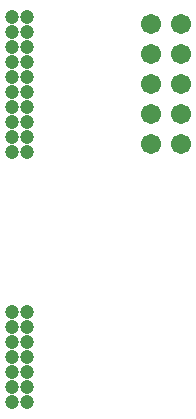
<source format=gbs>
G04*
G04 #@! TF.GenerationSoftware,Altium Limited,Altium Designer,23.0.1 (38)*
G04*
G04 Layer_Color=16711935*
%FSLAX43Y43*%
%MOMM*%
G71*
G04*
G04 #@! TF.SameCoordinates,F4D5CC03-99AA-4306-8ABA-C9368C199380*
G04*
G04*
G04 #@! TF.FilePolarity,Negative*
G04*
G01*
G75*
%ADD13C,1.203*%
%ADD14C,1.703*%
D13*
X29337Y15406D02*
D03*
X30607D02*
D03*
X29337Y16676D02*
D03*
X30607D02*
D03*
X29337Y17946D02*
D03*
Y19216D02*
D03*
X30607D02*
D03*
X29337Y20486D02*
D03*
X30607D02*
D03*
X29337Y21756D02*
D03*
X30607D02*
D03*
X29337Y23026D02*
D03*
X30607D02*
D03*
Y17946D02*
D03*
Y39116D02*
D03*
Y48006D02*
D03*
X29337D02*
D03*
X30607Y46736D02*
D03*
X29337D02*
D03*
X30607Y45466D02*
D03*
X29337D02*
D03*
X30607Y44196D02*
D03*
X29337D02*
D03*
X30607Y42926D02*
D03*
X29337D02*
D03*
X30607Y41656D02*
D03*
X29337D02*
D03*
X30607Y40386D02*
D03*
X29337D02*
D03*
Y39116D02*
D03*
X30607Y37846D02*
D03*
X29337D02*
D03*
X30607Y36576D02*
D03*
X29337D02*
D03*
D14*
X43682Y37211D02*
D03*
X41142D02*
D03*
X43682Y39751D02*
D03*
X41142D02*
D03*
X43682Y42291D02*
D03*
X41142D02*
D03*
X43682Y44831D02*
D03*
X41142D02*
D03*
X43682Y47371D02*
D03*
X41142D02*
D03*
M02*

</source>
